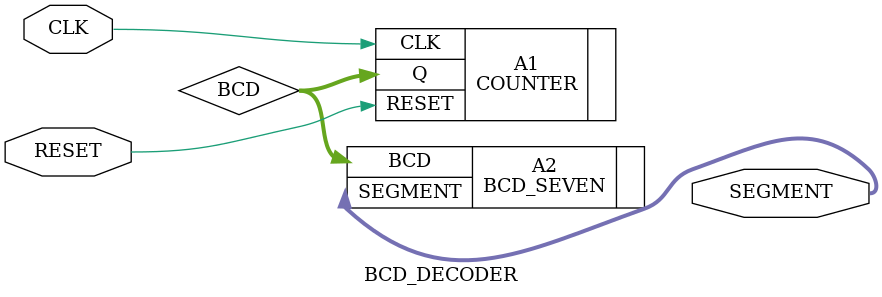
<source format=v>
module BCD_DECODER(CLK, RESET, SEGMENT);
    input CLK;
    input RESET;
    output [7:0] SEGMENT;

    wire [3:0] BCD;

    COUNTER     A1  (.CLK(CLK), .RESET(RESET), .Q(BCD));
    BCD_SEVEN   A2  (.BCD(BCD), .SEGMENT(SEGMENT));
endmodule
</source>
